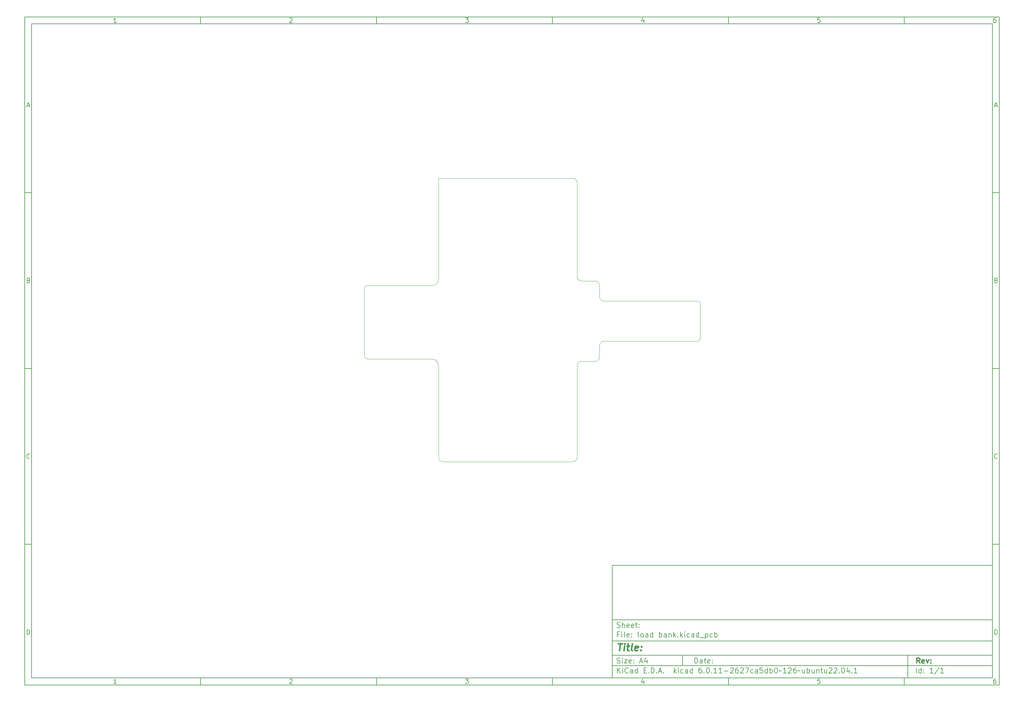
<source format=gbr>
%TF.GenerationSoftware,KiCad,Pcbnew,6.0.11-2627ca5db0~126~ubuntu22.04.1*%
%TF.CreationDate,2023-02-06T20:19:20-05:00*%
%TF.ProjectId,load bank,6c6f6164-2062-4616-9e6b-2e6b69636164,rev?*%
%TF.SameCoordinates,Original*%
%TF.FileFunction,Profile,NP*%
%FSLAX46Y46*%
G04 Gerber Fmt 4.6, Leading zero omitted, Abs format (unit mm)*
G04 Created by KiCad (PCBNEW 6.0.11-2627ca5db0~126~ubuntu22.04.1) date 2023-02-06 20:19:20*
%MOMM*%
%LPD*%
G01*
G04 APERTURE LIST*
%ADD10C,0.100000*%
%ADD11C,0.150000*%
%ADD12C,0.300000*%
%ADD13C,0.400000*%
%TA.AperFunction,Profile*%
%ADD14C,0.100000*%
%TD*%
G04 APERTURE END LIST*
D10*
D11*
X177002200Y-166007200D02*
X177002200Y-198007200D01*
X285002200Y-198007200D01*
X285002200Y-166007200D01*
X177002200Y-166007200D01*
D10*
D11*
X10000000Y-10000000D02*
X10000000Y-200007200D01*
X287002200Y-200007200D01*
X287002200Y-10000000D01*
X10000000Y-10000000D01*
D10*
D11*
X12000000Y-12000000D02*
X12000000Y-198007200D01*
X285002200Y-198007200D01*
X285002200Y-12000000D01*
X12000000Y-12000000D01*
D10*
D11*
X60000000Y-12000000D02*
X60000000Y-10000000D01*
D10*
D11*
X110000000Y-12000000D02*
X110000000Y-10000000D01*
D10*
D11*
X160000000Y-12000000D02*
X160000000Y-10000000D01*
D10*
D11*
X210000000Y-12000000D02*
X210000000Y-10000000D01*
D10*
D11*
X260000000Y-12000000D02*
X260000000Y-10000000D01*
D10*
D11*
X36065476Y-11588095D02*
X35322619Y-11588095D01*
X35694047Y-11588095D02*
X35694047Y-10288095D01*
X35570238Y-10473809D01*
X35446428Y-10597619D01*
X35322619Y-10659523D01*
D10*
D11*
X85322619Y-10411904D02*
X85384523Y-10350000D01*
X85508333Y-10288095D01*
X85817857Y-10288095D01*
X85941666Y-10350000D01*
X86003571Y-10411904D01*
X86065476Y-10535714D01*
X86065476Y-10659523D01*
X86003571Y-10845238D01*
X85260714Y-11588095D01*
X86065476Y-11588095D01*
D10*
D11*
X135260714Y-10288095D02*
X136065476Y-10288095D01*
X135632142Y-10783333D01*
X135817857Y-10783333D01*
X135941666Y-10845238D01*
X136003571Y-10907142D01*
X136065476Y-11030952D01*
X136065476Y-11340476D01*
X136003571Y-11464285D01*
X135941666Y-11526190D01*
X135817857Y-11588095D01*
X135446428Y-11588095D01*
X135322619Y-11526190D01*
X135260714Y-11464285D01*
D10*
D11*
X185941666Y-10721428D02*
X185941666Y-11588095D01*
X185632142Y-10226190D02*
X185322619Y-11154761D01*
X186127380Y-11154761D01*
D10*
D11*
X236003571Y-10288095D02*
X235384523Y-10288095D01*
X235322619Y-10907142D01*
X235384523Y-10845238D01*
X235508333Y-10783333D01*
X235817857Y-10783333D01*
X235941666Y-10845238D01*
X236003571Y-10907142D01*
X236065476Y-11030952D01*
X236065476Y-11340476D01*
X236003571Y-11464285D01*
X235941666Y-11526190D01*
X235817857Y-11588095D01*
X235508333Y-11588095D01*
X235384523Y-11526190D01*
X235322619Y-11464285D01*
D10*
D11*
X285941666Y-10288095D02*
X285694047Y-10288095D01*
X285570238Y-10350000D01*
X285508333Y-10411904D01*
X285384523Y-10597619D01*
X285322619Y-10845238D01*
X285322619Y-11340476D01*
X285384523Y-11464285D01*
X285446428Y-11526190D01*
X285570238Y-11588095D01*
X285817857Y-11588095D01*
X285941666Y-11526190D01*
X286003571Y-11464285D01*
X286065476Y-11340476D01*
X286065476Y-11030952D01*
X286003571Y-10907142D01*
X285941666Y-10845238D01*
X285817857Y-10783333D01*
X285570238Y-10783333D01*
X285446428Y-10845238D01*
X285384523Y-10907142D01*
X285322619Y-11030952D01*
D10*
D11*
X60000000Y-198007200D02*
X60000000Y-200007200D01*
D10*
D11*
X110000000Y-198007200D02*
X110000000Y-200007200D01*
D10*
D11*
X160000000Y-198007200D02*
X160000000Y-200007200D01*
D10*
D11*
X210000000Y-198007200D02*
X210000000Y-200007200D01*
D10*
D11*
X260000000Y-198007200D02*
X260000000Y-200007200D01*
D10*
D11*
X36065476Y-199595295D02*
X35322619Y-199595295D01*
X35694047Y-199595295D02*
X35694047Y-198295295D01*
X35570238Y-198481009D01*
X35446428Y-198604819D01*
X35322619Y-198666723D01*
D10*
D11*
X85322619Y-198419104D02*
X85384523Y-198357200D01*
X85508333Y-198295295D01*
X85817857Y-198295295D01*
X85941666Y-198357200D01*
X86003571Y-198419104D01*
X86065476Y-198542914D01*
X86065476Y-198666723D01*
X86003571Y-198852438D01*
X85260714Y-199595295D01*
X86065476Y-199595295D01*
D10*
D11*
X135260714Y-198295295D02*
X136065476Y-198295295D01*
X135632142Y-198790533D01*
X135817857Y-198790533D01*
X135941666Y-198852438D01*
X136003571Y-198914342D01*
X136065476Y-199038152D01*
X136065476Y-199347676D01*
X136003571Y-199471485D01*
X135941666Y-199533390D01*
X135817857Y-199595295D01*
X135446428Y-199595295D01*
X135322619Y-199533390D01*
X135260714Y-199471485D01*
D10*
D11*
X185941666Y-198728628D02*
X185941666Y-199595295D01*
X185632142Y-198233390D02*
X185322619Y-199161961D01*
X186127380Y-199161961D01*
D10*
D11*
X236003571Y-198295295D02*
X235384523Y-198295295D01*
X235322619Y-198914342D01*
X235384523Y-198852438D01*
X235508333Y-198790533D01*
X235817857Y-198790533D01*
X235941666Y-198852438D01*
X236003571Y-198914342D01*
X236065476Y-199038152D01*
X236065476Y-199347676D01*
X236003571Y-199471485D01*
X235941666Y-199533390D01*
X235817857Y-199595295D01*
X235508333Y-199595295D01*
X235384523Y-199533390D01*
X235322619Y-199471485D01*
D10*
D11*
X285941666Y-198295295D02*
X285694047Y-198295295D01*
X285570238Y-198357200D01*
X285508333Y-198419104D01*
X285384523Y-198604819D01*
X285322619Y-198852438D01*
X285322619Y-199347676D01*
X285384523Y-199471485D01*
X285446428Y-199533390D01*
X285570238Y-199595295D01*
X285817857Y-199595295D01*
X285941666Y-199533390D01*
X286003571Y-199471485D01*
X286065476Y-199347676D01*
X286065476Y-199038152D01*
X286003571Y-198914342D01*
X285941666Y-198852438D01*
X285817857Y-198790533D01*
X285570238Y-198790533D01*
X285446428Y-198852438D01*
X285384523Y-198914342D01*
X285322619Y-199038152D01*
D10*
D11*
X10000000Y-60000000D02*
X12000000Y-60000000D01*
D10*
D11*
X10000000Y-110000000D02*
X12000000Y-110000000D01*
D10*
D11*
X10000000Y-160000000D02*
X12000000Y-160000000D01*
D10*
D11*
X10690476Y-35216666D02*
X11309523Y-35216666D01*
X10566666Y-35588095D02*
X11000000Y-34288095D01*
X11433333Y-35588095D01*
D10*
D11*
X11092857Y-84907142D02*
X11278571Y-84969047D01*
X11340476Y-85030952D01*
X11402380Y-85154761D01*
X11402380Y-85340476D01*
X11340476Y-85464285D01*
X11278571Y-85526190D01*
X11154761Y-85588095D01*
X10659523Y-85588095D01*
X10659523Y-84288095D01*
X11092857Y-84288095D01*
X11216666Y-84350000D01*
X11278571Y-84411904D01*
X11340476Y-84535714D01*
X11340476Y-84659523D01*
X11278571Y-84783333D01*
X11216666Y-84845238D01*
X11092857Y-84907142D01*
X10659523Y-84907142D01*
D10*
D11*
X11402380Y-135464285D02*
X11340476Y-135526190D01*
X11154761Y-135588095D01*
X11030952Y-135588095D01*
X10845238Y-135526190D01*
X10721428Y-135402380D01*
X10659523Y-135278571D01*
X10597619Y-135030952D01*
X10597619Y-134845238D01*
X10659523Y-134597619D01*
X10721428Y-134473809D01*
X10845238Y-134350000D01*
X11030952Y-134288095D01*
X11154761Y-134288095D01*
X11340476Y-134350000D01*
X11402380Y-134411904D01*
D10*
D11*
X10659523Y-185588095D02*
X10659523Y-184288095D01*
X10969047Y-184288095D01*
X11154761Y-184350000D01*
X11278571Y-184473809D01*
X11340476Y-184597619D01*
X11402380Y-184845238D01*
X11402380Y-185030952D01*
X11340476Y-185278571D01*
X11278571Y-185402380D01*
X11154761Y-185526190D01*
X10969047Y-185588095D01*
X10659523Y-185588095D01*
D10*
D11*
X287002200Y-60000000D02*
X285002200Y-60000000D01*
D10*
D11*
X287002200Y-110000000D02*
X285002200Y-110000000D01*
D10*
D11*
X287002200Y-160000000D02*
X285002200Y-160000000D01*
D10*
D11*
X285692676Y-35216666D02*
X286311723Y-35216666D01*
X285568866Y-35588095D02*
X286002200Y-34288095D01*
X286435533Y-35588095D01*
D10*
D11*
X286095057Y-84907142D02*
X286280771Y-84969047D01*
X286342676Y-85030952D01*
X286404580Y-85154761D01*
X286404580Y-85340476D01*
X286342676Y-85464285D01*
X286280771Y-85526190D01*
X286156961Y-85588095D01*
X285661723Y-85588095D01*
X285661723Y-84288095D01*
X286095057Y-84288095D01*
X286218866Y-84350000D01*
X286280771Y-84411904D01*
X286342676Y-84535714D01*
X286342676Y-84659523D01*
X286280771Y-84783333D01*
X286218866Y-84845238D01*
X286095057Y-84907142D01*
X285661723Y-84907142D01*
D10*
D11*
X286404580Y-135464285D02*
X286342676Y-135526190D01*
X286156961Y-135588095D01*
X286033152Y-135588095D01*
X285847438Y-135526190D01*
X285723628Y-135402380D01*
X285661723Y-135278571D01*
X285599819Y-135030952D01*
X285599819Y-134845238D01*
X285661723Y-134597619D01*
X285723628Y-134473809D01*
X285847438Y-134350000D01*
X286033152Y-134288095D01*
X286156961Y-134288095D01*
X286342676Y-134350000D01*
X286404580Y-134411904D01*
D10*
D11*
X285661723Y-185588095D02*
X285661723Y-184288095D01*
X285971247Y-184288095D01*
X286156961Y-184350000D01*
X286280771Y-184473809D01*
X286342676Y-184597619D01*
X286404580Y-184845238D01*
X286404580Y-185030952D01*
X286342676Y-185278571D01*
X286280771Y-185402380D01*
X286156961Y-185526190D01*
X285971247Y-185588095D01*
X285661723Y-185588095D01*
D10*
D11*
X200434342Y-193785771D02*
X200434342Y-192285771D01*
X200791485Y-192285771D01*
X201005771Y-192357200D01*
X201148628Y-192500057D01*
X201220057Y-192642914D01*
X201291485Y-192928628D01*
X201291485Y-193142914D01*
X201220057Y-193428628D01*
X201148628Y-193571485D01*
X201005771Y-193714342D01*
X200791485Y-193785771D01*
X200434342Y-193785771D01*
X202577200Y-193785771D02*
X202577200Y-193000057D01*
X202505771Y-192857200D01*
X202362914Y-192785771D01*
X202077200Y-192785771D01*
X201934342Y-192857200D01*
X202577200Y-193714342D02*
X202434342Y-193785771D01*
X202077200Y-193785771D01*
X201934342Y-193714342D01*
X201862914Y-193571485D01*
X201862914Y-193428628D01*
X201934342Y-193285771D01*
X202077200Y-193214342D01*
X202434342Y-193214342D01*
X202577200Y-193142914D01*
X203077200Y-192785771D02*
X203648628Y-192785771D01*
X203291485Y-192285771D02*
X203291485Y-193571485D01*
X203362914Y-193714342D01*
X203505771Y-193785771D01*
X203648628Y-193785771D01*
X204720057Y-193714342D02*
X204577200Y-193785771D01*
X204291485Y-193785771D01*
X204148628Y-193714342D01*
X204077200Y-193571485D01*
X204077200Y-193000057D01*
X204148628Y-192857200D01*
X204291485Y-192785771D01*
X204577200Y-192785771D01*
X204720057Y-192857200D01*
X204791485Y-193000057D01*
X204791485Y-193142914D01*
X204077200Y-193285771D01*
X205434342Y-193642914D02*
X205505771Y-193714342D01*
X205434342Y-193785771D01*
X205362914Y-193714342D01*
X205434342Y-193642914D01*
X205434342Y-193785771D01*
X205434342Y-192857200D02*
X205505771Y-192928628D01*
X205434342Y-193000057D01*
X205362914Y-192928628D01*
X205434342Y-192857200D01*
X205434342Y-193000057D01*
D10*
D11*
X177002200Y-194507200D02*
X285002200Y-194507200D01*
D10*
D11*
X178434342Y-196585771D02*
X178434342Y-195085771D01*
X179291485Y-196585771D02*
X178648628Y-195728628D01*
X179291485Y-195085771D02*
X178434342Y-195942914D01*
X179934342Y-196585771D02*
X179934342Y-195585771D01*
X179934342Y-195085771D02*
X179862914Y-195157200D01*
X179934342Y-195228628D01*
X180005771Y-195157200D01*
X179934342Y-195085771D01*
X179934342Y-195228628D01*
X181505771Y-196442914D02*
X181434342Y-196514342D01*
X181220057Y-196585771D01*
X181077200Y-196585771D01*
X180862914Y-196514342D01*
X180720057Y-196371485D01*
X180648628Y-196228628D01*
X180577200Y-195942914D01*
X180577200Y-195728628D01*
X180648628Y-195442914D01*
X180720057Y-195300057D01*
X180862914Y-195157200D01*
X181077200Y-195085771D01*
X181220057Y-195085771D01*
X181434342Y-195157200D01*
X181505771Y-195228628D01*
X182791485Y-196585771D02*
X182791485Y-195800057D01*
X182720057Y-195657200D01*
X182577200Y-195585771D01*
X182291485Y-195585771D01*
X182148628Y-195657200D01*
X182791485Y-196514342D02*
X182648628Y-196585771D01*
X182291485Y-196585771D01*
X182148628Y-196514342D01*
X182077200Y-196371485D01*
X182077200Y-196228628D01*
X182148628Y-196085771D01*
X182291485Y-196014342D01*
X182648628Y-196014342D01*
X182791485Y-195942914D01*
X184148628Y-196585771D02*
X184148628Y-195085771D01*
X184148628Y-196514342D02*
X184005771Y-196585771D01*
X183720057Y-196585771D01*
X183577200Y-196514342D01*
X183505771Y-196442914D01*
X183434342Y-196300057D01*
X183434342Y-195871485D01*
X183505771Y-195728628D01*
X183577200Y-195657200D01*
X183720057Y-195585771D01*
X184005771Y-195585771D01*
X184148628Y-195657200D01*
X186005771Y-195800057D02*
X186505771Y-195800057D01*
X186720057Y-196585771D02*
X186005771Y-196585771D01*
X186005771Y-195085771D01*
X186720057Y-195085771D01*
X187362914Y-196442914D02*
X187434342Y-196514342D01*
X187362914Y-196585771D01*
X187291485Y-196514342D01*
X187362914Y-196442914D01*
X187362914Y-196585771D01*
X188077200Y-196585771D02*
X188077200Y-195085771D01*
X188434342Y-195085771D01*
X188648628Y-195157200D01*
X188791485Y-195300057D01*
X188862914Y-195442914D01*
X188934342Y-195728628D01*
X188934342Y-195942914D01*
X188862914Y-196228628D01*
X188791485Y-196371485D01*
X188648628Y-196514342D01*
X188434342Y-196585771D01*
X188077200Y-196585771D01*
X189577200Y-196442914D02*
X189648628Y-196514342D01*
X189577200Y-196585771D01*
X189505771Y-196514342D01*
X189577200Y-196442914D01*
X189577200Y-196585771D01*
X190220057Y-196157200D02*
X190934342Y-196157200D01*
X190077200Y-196585771D02*
X190577200Y-195085771D01*
X191077200Y-196585771D01*
X191577200Y-196442914D02*
X191648628Y-196514342D01*
X191577200Y-196585771D01*
X191505771Y-196514342D01*
X191577200Y-196442914D01*
X191577200Y-196585771D01*
X194577200Y-196585771D02*
X194577200Y-195085771D01*
X194720057Y-196014342D02*
X195148628Y-196585771D01*
X195148628Y-195585771D02*
X194577200Y-196157200D01*
X195791485Y-196585771D02*
X195791485Y-195585771D01*
X195791485Y-195085771D02*
X195720057Y-195157200D01*
X195791485Y-195228628D01*
X195862914Y-195157200D01*
X195791485Y-195085771D01*
X195791485Y-195228628D01*
X197148628Y-196514342D02*
X197005771Y-196585771D01*
X196720057Y-196585771D01*
X196577200Y-196514342D01*
X196505771Y-196442914D01*
X196434342Y-196300057D01*
X196434342Y-195871485D01*
X196505771Y-195728628D01*
X196577200Y-195657200D01*
X196720057Y-195585771D01*
X197005771Y-195585771D01*
X197148628Y-195657200D01*
X198434342Y-196585771D02*
X198434342Y-195800057D01*
X198362914Y-195657200D01*
X198220057Y-195585771D01*
X197934342Y-195585771D01*
X197791485Y-195657200D01*
X198434342Y-196514342D02*
X198291485Y-196585771D01*
X197934342Y-196585771D01*
X197791485Y-196514342D01*
X197720057Y-196371485D01*
X197720057Y-196228628D01*
X197791485Y-196085771D01*
X197934342Y-196014342D01*
X198291485Y-196014342D01*
X198434342Y-195942914D01*
X199791485Y-196585771D02*
X199791485Y-195085771D01*
X199791485Y-196514342D02*
X199648628Y-196585771D01*
X199362914Y-196585771D01*
X199220057Y-196514342D01*
X199148628Y-196442914D01*
X199077200Y-196300057D01*
X199077200Y-195871485D01*
X199148628Y-195728628D01*
X199220057Y-195657200D01*
X199362914Y-195585771D01*
X199648628Y-195585771D01*
X199791485Y-195657200D01*
X202291485Y-195085771D02*
X202005771Y-195085771D01*
X201862914Y-195157200D01*
X201791485Y-195228628D01*
X201648628Y-195442914D01*
X201577200Y-195728628D01*
X201577200Y-196300057D01*
X201648628Y-196442914D01*
X201720057Y-196514342D01*
X201862914Y-196585771D01*
X202148628Y-196585771D01*
X202291485Y-196514342D01*
X202362914Y-196442914D01*
X202434342Y-196300057D01*
X202434342Y-195942914D01*
X202362914Y-195800057D01*
X202291485Y-195728628D01*
X202148628Y-195657200D01*
X201862914Y-195657200D01*
X201720057Y-195728628D01*
X201648628Y-195800057D01*
X201577200Y-195942914D01*
X203077200Y-196442914D02*
X203148628Y-196514342D01*
X203077200Y-196585771D01*
X203005771Y-196514342D01*
X203077200Y-196442914D01*
X203077200Y-196585771D01*
X204077200Y-195085771D02*
X204220057Y-195085771D01*
X204362914Y-195157200D01*
X204434342Y-195228628D01*
X204505771Y-195371485D01*
X204577200Y-195657200D01*
X204577200Y-196014342D01*
X204505771Y-196300057D01*
X204434342Y-196442914D01*
X204362914Y-196514342D01*
X204220057Y-196585771D01*
X204077200Y-196585771D01*
X203934342Y-196514342D01*
X203862914Y-196442914D01*
X203791485Y-196300057D01*
X203720057Y-196014342D01*
X203720057Y-195657200D01*
X203791485Y-195371485D01*
X203862914Y-195228628D01*
X203934342Y-195157200D01*
X204077200Y-195085771D01*
X205220057Y-196442914D02*
X205291485Y-196514342D01*
X205220057Y-196585771D01*
X205148628Y-196514342D01*
X205220057Y-196442914D01*
X205220057Y-196585771D01*
X206720057Y-196585771D02*
X205862914Y-196585771D01*
X206291485Y-196585771D02*
X206291485Y-195085771D01*
X206148628Y-195300057D01*
X206005771Y-195442914D01*
X205862914Y-195514342D01*
X208148628Y-196585771D02*
X207291485Y-196585771D01*
X207720057Y-196585771D02*
X207720057Y-195085771D01*
X207577200Y-195300057D01*
X207434342Y-195442914D01*
X207291485Y-195514342D01*
X208791485Y-196014342D02*
X209934342Y-196014342D01*
X210577200Y-195228628D02*
X210648628Y-195157200D01*
X210791485Y-195085771D01*
X211148628Y-195085771D01*
X211291485Y-195157200D01*
X211362914Y-195228628D01*
X211434342Y-195371485D01*
X211434342Y-195514342D01*
X211362914Y-195728628D01*
X210505771Y-196585771D01*
X211434342Y-196585771D01*
X212720057Y-195085771D02*
X212434342Y-195085771D01*
X212291485Y-195157200D01*
X212220057Y-195228628D01*
X212077200Y-195442914D01*
X212005771Y-195728628D01*
X212005771Y-196300057D01*
X212077200Y-196442914D01*
X212148628Y-196514342D01*
X212291485Y-196585771D01*
X212577200Y-196585771D01*
X212720057Y-196514342D01*
X212791485Y-196442914D01*
X212862914Y-196300057D01*
X212862914Y-195942914D01*
X212791485Y-195800057D01*
X212720057Y-195728628D01*
X212577200Y-195657200D01*
X212291485Y-195657200D01*
X212148628Y-195728628D01*
X212077200Y-195800057D01*
X212005771Y-195942914D01*
X213434342Y-195228628D02*
X213505771Y-195157200D01*
X213648628Y-195085771D01*
X214005771Y-195085771D01*
X214148628Y-195157200D01*
X214220057Y-195228628D01*
X214291485Y-195371485D01*
X214291485Y-195514342D01*
X214220057Y-195728628D01*
X213362914Y-196585771D01*
X214291485Y-196585771D01*
X214791485Y-195085771D02*
X215791485Y-195085771D01*
X215148628Y-196585771D01*
X217005771Y-196514342D02*
X216862914Y-196585771D01*
X216577200Y-196585771D01*
X216434342Y-196514342D01*
X216362914Y-196442914D01*
X216291485Y-196300057D01*
X216291485Y-195871485D01*
X216362914Y-195728628D01*
X216434342Y-195657200D01*
X216577200Y-195585771D01*
X216862914Y-195585771D01*
X217005771Y-195657200D01*
X218291485Y-196585771D02*
X218291485Y-195800057D01*
X218220057Y-195657200D01*
X218077200Y-195585771D01*
X217791485Y-195585771D01*
X217648628Y-195657200D01*
X218291485Y-196514342D02*
X218148628Y-196585771D01*
X217791485Y-196585771D01*
X217648628Y-196514342D01*
X217577200Y-196371485D01*
X217577200Y-196228628D01*
X217648628Y-196085771D01*
X217791485Y-196014342D01*
X218148628Y-196014342D01*
X218291485Y-195942914D01*
X219720057Y-195085771D02*
X219005771Y-195085771D01*
X218934342Y-195800057D01*
X219005771Y-195728628D01*
X219148628Y-195657200D01*
X219505771Y-195657200D01*
X219648628Y-195728628D01*
X219720057Y-195800057D01*
X219791485Y-195942914D01*
X219791485Y-196300057D01*
X219720057Y-196442914D01*
X219648628Y-196514342D01*
X219505771Y-196585771D01*
X219148628Y-196585771D01*
X219005771Y-196514342D01*
X218934342Y-196442914D01*
X221077200Y-196585771D02*
X221077200Y-195085771D01*
X221077200Y-196514342D02*
X220934342Y-196585771D01*
X220648628Y-196585771D01*
X220505771Y-196514342D01*
X220434342Y-196442914D01*
X220362914Y-196300057D01*
X220362914Y-195871485D01*
X220434342Y-195728628D01*
X220505771Y-195657200D01*
X220648628Y-195585771D01*
X220934342Y-195585771D01*
X221077200Y-195657200D01*
X221791485Y-196585771D02*
X221791485Y-195085771D01*
X221791485Y-195657200D02*
X221934342Y-195585771D01*
X222220057Y-195585771D01*
X222362914Y-195657200D01*
X222434342Y-195728628D01*
X222505771Y-195871485D01*
X222505771Y-196300057D01*
X222434342Y-196442914D01*
X222362914Y-196514342D01*
X222220057Y-196585771D01*
X221934342Y-196585771D01*
X221791485Y-196514342D01*
X223434342Y-195085771D02*
X223577200Y-195085771D01*
X223720057Y-195157200D01*
X223791485Y-195228628D01*
X223862914Y-195371485D01*
X223934342Y-195657200D01*
X223934342Y-196014342D01*
X223862914Y-196300057D01*
X223791485Y-196442914D01*
X223720057Y-196514342D01*
X223577200Y-196585771D01*
X223434342Y-196585771D01*
X223291485Y-196514342D01*
X223220057Y-196442914D01*
X223148628Y-196300057D01*
X223077200Y-196014342D01*
X223077200Y-195657200D01*
X223148628Y-195371485D01*
X223220057Y-195228628D01*
X223291485Y-195157200D01*
X223434342Y-195085771D01*
X224362914Y-196014342D02*
X224434342Y-195942914D01*
X224577200Y-195871485D01*
X224862914Y-196014342D01*
X225005771Y-195942914D01*
X225077200Y-195871485D01*
X226434342Y-196585771D02*
X225577200Y-196585771D01*
X226005771Y-196585771D02*
X226005771Y-195085771D01*
X225862914Y-195300057D01*
X225720057Y-195442914D01*
X225577200Y-195514342D01*
X227005771Y-195228628D02*
X227077200Y-195157200D01*
X227220057Y-195085771D01*
X227577200Y-195085771D01*
X227720057Y-195157200D01*
X227791485Y-195228628D01*
X227862914Y-195371485D01*
X227862914Y-195514342D01*
X227791485Y-195728628D01*
X226934342Y-196585771D01*
X227862914Y-196585771D01*
X229148628Y-195085771D02*
X228862914Y-195085771D01*
X228720057Y-195157200D01*
X228648628Y-195228628D01*
X228505771Y-195442914D01*
X228434342Y-195728628D01*
X228434342Y-196300057D01*
X228505771Y-196442914D01*
X228577199Y-196514342D01*
X228720057Y-196585771D01*
X229005771Y-196585771D01*
X229148628Y-196514342D01*
X229220057Y-196442914D01*
X229291485Y-196300057D01*
X229291485Y-195942914D01*
X229220057Y-195800057D01*
X229148628Y-195728628D01*
X229005771Y-195657200D01*
X228720057Y-195657200D01*
X228577199Y-195728628D01*
X228505771Y-195800057D01*
X228434342Y-195942914D01*
X229720057Y-196014342D02*
X229791485Y-195942914D01*
X229934342Y-195871485D01*
X230220057Y-196014342D01*
X230362914Y-195942914D01*
X230434342Y-195871485D01*
X231648628Y-195585771D02*
X231648628Y-196585771D01*
X231005771Y-195585771D02*
X231005771Y-196371485D01*
X231077199Y-196514342D01*
X231220057Y-196585771D01*
X231434342Y-196585771D01*
X231577199Y-196514342D01*
X231648628Y-196442914D01*
X232362914Y-196585771D02*
X232362914Y-195085771D01*
X232362914Y-195657200D02*
X232505771Y-195585771D01*
X232791485Y-195585771D01*
X232934342Y-195657200D01*
X233005771Y-195728628D01*
X233077200Y-195871485D01*
X233077200Y-196300057D01*
X233005771Y-196442914D01*
X232934342Y-196514342D01*
X232791485Y-196585771D01*
X232505771Y-196585771D01*
X232362914Y-196514342D01*
X234362914Y-195585771D02*
X234362914Y-196585771D01*
X233720057Y-195585771D02*
X233720057Y-196371485D01*
X233791485Y-196514342D01*
X233934342Y-196585771D01*
X234148628Y-196585771D01*
X234291485Y-196514342D01*
X234362914Y-196442914D01*
X235077200Y-195585771D02*
X235077200Y-196585771D01*
X235077200Y-195728628D02*
X235148628Y-195657200D01*
X235291485Y-195585771D01*
X235505771Y-195585771D01*
X235648628Y-195657200D01*
X235720057Y-195800057D01*
X235720057Y-196585771D01*
X236220057Y-195585771D02*
X236791485Y-195585771D01*
X236434342Y-195085771D02*
X236434342Y-196371485D01*
X236505771Y-196514342D01*
X236648628Y-196585771D01*
X236791485Y-196585771D01*
X237934342Y-195585771D02*
X237934342Y-196585771D01*
X237291485Y-195585771D02*
X237291485Y-196371485D01*
X237362914Y-196514342D01*
X237505771Y-196585771D01*
X237720057Y-196585771D01*
X237862914Y-196514342D01*
X237934342Y-196442914D01*
X238577200Y-195228628D02*
X238648628Y-195157200D01*
X238791485Y-195085771D01*
X239148628Y-195085771D01*
X239291485Y-195157200D01*
X239362914Y-195228628D01*
X239434342Y-195371485D01*
X239434342Y-195514342D01*
X239362914Y-195728628D01*
X238505771Y-196585771D01*
X239434342Y-196585771D01*
X240005771Y-195228628D02*
X240077200Y-195157200D01*
X240220057Y-195085771D01*
X240577200Y-195085771D01*
X240720057Y-195157200D01*
X240791485Y-195228628D01*
X240862914Y-195371485D01*
X240862914Y-195514342D01*
X240791485Y-195728628D01*
X239934342Y-196585771D01*
X240862914Y-196585771D01*
X241505771Y-196442914D02*
X241577199Y-196514342D01*
X241505771Y-196585771D01*
X241434342Y-196514342D01*
X241505771Y-196442914D01*
X241505771Y-196585771D01*
X242505771Y-195085771D02*
X242648628Y-195085771D01*
X242791485Y-195157200D01*
X242862914Y-195228628D01*
X242934342Y-195371485D01*
X243005771Y-195657200D01*
X243005771Y-196014342D01*
X242934342Y-196300057D01*
X242862914Y-196442914D01*
X242791485Y-196514342D01*
X242648628Y-196585771D01*
X242505771Y-196585771D01*
X242362914Y-196514342D01*
X242291485Y-196442914D01*
X242220057Y-196300057D01*
X242148628Y-196014342D01*
X242148628Y-195657200D01*
X242220057Y-195371485D01*
X242291485Y-195228628D01*
X242362914Y-195157200D01*
X242505771Y-195085771D01*
X244291485Y-195585771D02*
X244291485Y-196585771D01*
X243934342Y-195014342D02*
X243577199Y-196085771D01*
X244505771Y-196085771D01*
X245077199Y-196442914D02*
X245148628Y-196514342D01*
X245077199Y-196585771D01*
X245005771Y-196514342D01*
X245077199Y-196442914D01*
X245077199Y-196585771D01*
X246577200Y-196585771D02*
X245720057Y-196585771D01*
X246148628Y-196585771D02*
X246148628Y-195085771D01*
X246005771Y-195300057D01*
X245862914Y-195442914D01*
X245720057Y-195514342D01*
D10*
D11*
X177002200Y-191507200D02*
X285002200Y-191507200D01*
D10*
D12*
X264411485Y-193785771D02*
X263911485Y-193071485D01*
X263554342Y-193785771D02*
X263554342Y-192285771D01*
X264125771Y-192285771D01*
X264268628Y-192357200D01*
X264340057Y-192428628D01*
X264411485Y-192571485D01*
X264411485Y-192785771D01*
X264340057Y-192928628D01*
X264268628Y-193000057D01*
X264125771Y-193071485D01*
X263554342Y-193071485D01*
X265625771Y-193714342D02*
X265482914Y-193785771D01*
X265197200Y-193785771D01*
X265054342Y-193714342D01*
X264982914Y-193571485D01*
X264982914Y-193000057D01*
X265054342Y-192857200D01*
X265197200Y-192785771D01*
X265482914Y-192785771D01*
X265625771Y-192857200D01*
X265697200Y-193000057D01*
X265697200Y-193142914D01*
X264982914Y-193285771D01*
X266197200Y-192785771D02*
X266554342Y-193785771D01*
X266911485Y-192785771D01*
X267482914Y-193642914D02*
X267554342Y-193714342D01*
X267482914Y-193785771D01*
X267411485Y-193714342D01*
X267482914Y-193642914D01*
X267482914Y-193785771D01*
X267482914Y-192857200D02*
X267554342Y-192928628D01*
X267482914Y-193000057D01*
X267411485Y-192928628D01*
X267482914Y-192857200D01*
X267482914Y-193000057D01*
D10*
D11*
X178362914Y-193714342D02*
X178577200Y-193785771D01*
X178934342Y-193785771D01*
X179077200Y-193714342D01*
X179148628Y-193642914D01*
X179220057Y-193500057D01*
X179220057Y-193357200D01*
X179148628Y-193214342D01*
X179077200Y-193142914D01*
X178934342Y-193071485D01*
X178648628Y-193000057D01*
X178505771Y-192928628D01*
X178434342Y-192857200D01*
X178362914Y-192714342D01*
X178362914Y-192571485D01*
X178434342Y-192428628D01*
X178505771Y-192357200D01*
X178648628Y-192285771D01*
X179005771Y-192285771D01*
X179220057Y-192357200D01*
X179862914Y-193785771D02*
X179862914Y-192785771D01*
X179862914Y-192285771D02*
X179791485Y-192357200D01*
X179862914Y-192428628D01*
X179934342Y-192357200D01*
X179862914Y-192285771D01*
X179862914Y-192428628D01*
X180434342Y-192785771D02*
X181220057Y-192785771D01*
X180434342Y-193785771D01*
X181220057Y-193785771D01*
X182362914Y-193714342D02*
X182220057Y-193785771D01*
X181934342Y-193785771D01*
X181791485Y-193714342D01*
X181720057Y-193571485D01*
X181720057Y-193000057D01*
X181791485Y-192857200D01*
X181934342Y-192785771D01*
X182220057Y-192785771D01*
X182362914Y-192857200D01*
X182434342Y-193000057D01*
X182434342Y-193142914D01*
X181720057Y-193285771D01*
X183077200Y-193642914D02*
X183148628Y-193714342D01*
X183077200Y-193785771D01*
X183005771Y-193714342D01*
X183077200Y-193642914D01*
X183077200Y-193785771D01*
X183077200Y-192857200D02*
X183148628Y-192928628D01*
X183077200Y-193000057D01*
X183005771Y-192928628D01*
X183077200Y-192857200D01*
X183077200Y-193000057D01*
X184862914Y-193357200D02*
X185577200Y-193357200D01*
X184720057Y-193785771D02*
X185220057Y-192285771D01*
X185720057Y-193785771D01*
X186862914Y-192785771D02*
X186862914Y-193785771D01*
X186505771Y-192214342D02*
X186148628Y-193285771D01*
X187077200Y-193285771D01*
D10*
D11*
X263434342Y-196585771D02*
X263434342Y-195085771D01*
X264791485Y-196585771D02*
X264791485Y-195085771D01*
X264791485Y-196514342D02*
X264648628Y-196585771D01*
X264362914Y-196585771D01*
X264220057Y-196514342D01*
X264148628Y-196442914D01*
X264077200Y-196300057D01*
X264077200Y-195871485D01*
X264148628Y-195728628D01*
X264220057Y-195657200D01*
X264362914Y-195585771D01*
X264648628Y-195585771D01*
X264791485Y-195657200D01*
X265505771Y-196442914D02*
X265577200Y-196514342D01*
X265505771Y-196585771D01*
X265434342Y-196514342D01*
X265505771Y-196442914D01*
X265505771Y-196585771D01*
X265505771Y-195657200D02*
X265577200Y-195728628D01*
X265505771Y-195800057D01*
X265434342Y-195728628D01*
X265505771Y-195657200D01*
X265505771Y-195800057D01*
X268148628Y-196585771D02*
X267291485Y-196585771D01*
X267720057Y-196585771D02*
X267720057Y-195085771D01*
X267577200Y-195300057D01*
X267434342Y-195442914D01*
X267291485Y-195514342D01*
X269862914Y-195014342D02*
X268577200Y-196942914D01*
X271148628Y-196585771D02*
X270291485Y-196585771D01*
X270720057Y-196585771D02*
X270720057Y-195085771D01*
X270577200Y-195300057D01*
X270434342Y-195442914D01*
X270291485Y-195514342D01*
D10*
D11*
X177002200Y-187507200D02*
X285002200Y-187507200D01*
D10*
D13*
X178714580Y-188211961D02*
X179857438Y-188211961D01*
X179036009Y-190211961D02*
X179286009Y-188211961D01*
X180274104Y-190211961D02*
X180440771Y-188878628D01*
X180524104Y-188211961D02*
X180416961Y-188307200D01*
X180500295Y-188402438D01*
X180607438Y-188307200D01*
X180524104Y-188211961D01*
X180500295Y-188402438D01*
X181107438Y-188878628D02*
X181869342Y-188878628D01*
X181476485Y-188211961D02*
X181262200Y-189926247D01*
X181333628Y-190116723D01*
X181512200Y-190211961D01*
X181702676Y-190211961D01*
X182655057Y-190211961D02*
X182476485Y-190116723D01*
X182405057Y-189926247D01*
X182619342Y-188211961D01*
X184190771Y-190116723D02*
X183988390Y-190211961D01*
X183607438Y-190211961D01*
X183428866Y-190116723D01*
X183357438Y-189926247D01*
X183452676Y-189164342D01*
X183571723Y-188973866D01*
X183774104Y-188878628D01*
X184155057Y-188878628D01*
X184333628Y-188973866D01*
X184405057Y-189164342D01*
X184381247Y-189354819D01*
X183405057Y-189545295D01*
X185155057Y-190021485D02*
X185238390Y-190116723D01*
X185131247Y-190211961D01*
X185047914Y-190116723D01*
X185155057Y-190021485D01*
X185131247Y-190211961D01*
X185286009Y-188973866D02*
X185369342Y-189069104D01*
X185262200Y-189164342D01*
X185178866Y-189069104D01*
X185286009Y-188973866D01*
X185262200Y-189164342D01*
D10*
D11*
X178934342Y-185600057D02*
X178434342Y-185600057D01*
X178434342Y-186385771D02*
X178434342Y-184885771D01*
X179148628Y-184885771D01*
X179720057Y-186385771D02*
X179720057Y-185385771D01*
X179720057Y-184885771D02*
X179648628Y-184957200D01*
X179720057Y-185028628D01*
X179791485Y-184957200D01*
X179720057Y-184885771D01*
X179720057Y-185028628D01*
X180648628Y-186385771D02*
X180505771Y-186314342D01*
X180434342Y-186171485D01*
X180434342Y-184885771D01*
X181791485Y-186314342D02*
X181648628Y-186385771D01*
X181362914Y-186385771D01*
X181220057Y-186314342D01*
X181148628Y-186171485D01*
X181148628Y-185600057D01*
X181220057Y-185457200D01*
X181362914Y-185385771D01*
X181648628Y-185385771D01*
X181791485Y-185457200D01*
X181862914Y-185600057D01*
X181862914Y-185742914D01*
X181148628Y-185885771D01*
X182505771Y-186242914D02*
X182577200Y-186314342D01*
X182505771Y-186385771D01*
X182434342Y-186314342D01*
X182505771Y-186242914D01*
X182505771Y-186385771D01*
X182505771Y-185457200D02*
X182577200Y-185528628D01*
X182505771Y-185600057D01*
X182434342Y-185528628D01*
X182505771Y-185457200D01*
X182505771Y-185600057D01*
X184577200Y-186385771D02*
X184434342Y-186314342D01*
X184362914Y-186171485D01*
X184362914Y-184885771D01*
X185362914Y-186385771D02*
X185220057Y-186314342D01*
X185148628Y-186242914D01*
X185077200Y-186100057D01*
X185077200Y-185671485D01*
X185148628Y-185528628D01*
X185220057Y-185457200D01*
X185362914Y-185385771D01*
X185577200Y-185385771D01*
X185720057Y-185457200D01*
X185791485Y-185528628D01*
X185862914Y-185671485D01*
X185862914Y-186100057D01*
X185791485Y-186242914D01*
X185720057Y-186314342D01*
X185577200Y-186385771D01*
X185362914Y-186385771D01*
X187148628Y-186385771D02*
X187148628Y-185600057D01*
X187077200Y-185457200D01*
X186934342Y-185385771D01*
X186648628Y-185385771D01*
X186505771Y-185457200D01*
X187148628Y-186314342D02*
X187005771Y-186385771D01*
X186648628Y-186385771D01*
X186505771Y-186314342D01*
X186434342Y-186171485D01*
X186434342Y-186028628D01*
X186505771Y-185885771D01*
X186648628Y-185814342D01*
X187005771Y-185814342D01*
X187148628Y-185742914D01*
X188505771Y-186385771D02*
X188505771Y-184885771D01*
X188505771Y-186314342D02*
X188362914Y-186385771D01*
X188077200Y-186385771D01*
X187934342Y-186314342D01*
X187862914Y-186242914D01*
X187791485Y-186100057D01*
X187791485Y-185671485D01*
X187862914Y-185528628D01*
X187934342Y-185457200D01*
X188077200Y-185385771D01*
X188362914Y-185385771D01*
X188505771Y-185457200D01*
X190362914Y-186385771D02*
X190362914Y-184885771D01*
X190362914Y-185457200D02*
X190505771Y-185385771D01*
X190791485Y-185385771D01*
X190934342Y-185457200D01*
X191005771Y-185528628D01*
X191077200Y-185671485D01*
X191077200Y-186100057D01*
X191005771Y-186242914D01*
X190934342Y-186314342D01*
X190791485Y-186385771D01*
X190505771Y-186385771D01*
X190362914Y-186314342D01*
X192362914Y-186385771D02*
X192362914Y-185600057D01*
X192291485Y-185457200D01*
X192148628Y-185385771D01*
X191862914Y-185385771D01*
X191720057Y-185457200D01*
X192362914Y-186314342D02*
X192220057Y-186385771D01*
X191862914Y-186385771D01*
X191720057Y-186314342D01*
X191648628Y-186171485D01*
X191648628Y-186028628D01*
X191720057Y-185885771D01*
X191862914Y-185814342D01*
X192220057Y-185814342D01*
X192362914Y-185742914D01*
X193077200Y-185385771D02*
X193077200Y-186385771D01*
X193077200Y-185528628D02*
X193148628Y-185457200D01*
X193291485Y-185385771D01*
X193505771Y-185385771D01*
X193648628Y-185457200D01*
X193720057Y-185600057D01*
X193720057Y-186385771D01*
X194434342Y-186385771D02*
X194434342Y-184885771D01*
X194577200Y-185814342D02*
X195005771Y-186385771D01*
X195005771Y-185385771D02*
X194434342Y-185957200D01*
X195648628Y-186242914D02*
X195720057Y-186314342D01*
X195648628Y-186385771D01*
X195577200Y-186314342D01*
X195648628Y-186242914D01*
X195648628Y-186385771D01*
X196362914Y-186385771D02*
X196362914Y-184885771D01*
X196505771Y-185814342D02*
X196934342Y-186385771D01*
X196934342Y-185385771D02*
X196362914Y-185957200D01*
X197577200Y-186385771D02*
X197577200Y-185385771D01*
X197577200Y-184885771D02*
X197505771Y-184957200D01*
X197577200Y-185028628D01*
X197648628Y-184957200D01*
X197577200Y-184885771D01*
X197577200Y-185028628D01*
X198934342Y-186314342D02*
X198791485Y-186385771D01*
X198505771Y-186385771D01*
X198362914Y-186314342D01*
X198291485Y-186242914D01*
X198220057Y-186100057D01*
X198220057Y-185671485D01*
X198291485Y-185528628D01*
X198362914Y-185457200D01*
X198505771Y-185385771D01*
X198791485Y-185385771D01*
X198934342Y-185457200D01*
X200220057Y-186385771D02*
X200220057Y-185600057D01*
X200148628Y-185457200D01*
X200005771Y-185385771D01*
X199720057Y-185385771D01*
X199577200Y-185457200D01*
X200220057Y-186314342D02*
X200077200Y-186385771D01*
X199720057Y-186385771D01*
X199577200Y-186314342D01*
X199505771Y-186171485D01*
X199505771Y-186028628D01*
X199577200Y-185885771D01*
X199720057Y-185814342D01*
X200077200Y-185814342D01*
X200220057Y-185742914D01*
X201577200Y-186385771D02*
X201577200Y-184885771D01*
X201577200Y-186314342D02*
X201434342Y-186385771D01*
X201148628Y-186385771D01*
X201005771Y-186314342D01*
X200934342Y-186242914D01*
X200862914Y-186100057D01*
X200862914Y-185671485D01*
X200934342Y-185528628D01*
X201005771Y-185457200D01*
X201148628Y-185385771D01*
X201434342Y-185385771D01*
X201577200Y-185457200D01*
X201934342Y-186528628D02*
X203077200Y-186528628D01*
X203434342Y-185385771D02*
X203434342Y-186885771D01*
X203434342Y-185457200D02*
X203577200Y-185385771D01*
X203862914Y-185385771D01*
X204005771Y-185457200D01*
X204077200Y-185528628D01*
X204148628Y-185671485D01*
X204148628Y-186100057D01*
X204077200Y-186242914D01*
X204005771Y-186314342D01*
X203862914Y-186385771D01*
X203577200Y-186385771D01*
X203434342Y-186314342D01*
X205434342Y-186314342D02*
X205291485Y-186385771D01*
X205005771Y-186385771D01*
X204862914Y-186314342D01*
X204791485Y-186242914D01*
X204720057Y-186100057D01*
X204720057Y-185671485D01*
X204791485Y-185528628D01*
X204862914Y-185457200D01*
X205005771Y-185385771D01*
X205291485Y-185385771D01*
X205434342Y-185457200D01*
X206077200Y-186385771D02*
X206077200Y-184885771D01*
X206077200Y-185457200D02*
X206220057Y-185385771D01*
X206505771Y-185385771D01*
X206648628Y-185457200D01*
X206720057Y-185528628D01*
X206791485Y-185671485D01*
X206791485Y-186100057D01*
X206720057Y-186242914D01*
X206648628Y-186314342D01*
X206505771Y-186385771D01*
X206220057Y-186385771D01*
X206077200Y-186314342D01*
D10*
D11*
X177002200Y-181507200D02*
X285002200Y-181507200D01*
D10*
D11*
X178362914Y-183614342D02*
X178577200Y-183685771D01*
X178934342Y-183685771D01*
X179077200Y-183614342D01*
X179148628Y-183542914D01*
X179220057Y-183400057D01*
X179220057Y-183257200D01*
X179148628Y-183114342D01*
X179077200Y-183042914D01*
X178934342Y-182971485D01*
X178648628Y-182900057D01*
X178505771Y-182828628D01*
X178434342Y-182757200D01*
X178362914Y-182614342D01*
X178362914Y-182471485D01*
X178434342Y-182328628D01*
X178505771Y-182257200D01*
X178648628Y-182185771D01*
X179005771Y-182185771D01*
X179220057Y-182257200D01*
X179862914Y-183685771D02*
X179862914Y-182185771D01*
X180505771Y-183685771D02*
X180505771Y-182900057D01*
X180434342Y-182757200D01*
X180291485Y-182685771D01*
X180077200Y-182685771D01*
X179934342Y-182757200D01*
X179862914Y-182828628D01*
X181791485Y-183614342D02*
X181648628Y-183685771D01*
X181362914Y-183685771D01*
X181220057Y-183614342D01*
X181148628Y-183471485D01*
X181148628Y-182900057D01*
X181220057Y-182757200D01*
X181362914Y-182685771D01*
X181648628Y-182685771D01*
X181791485Y-182757200D01*
X181862914Y-182900057D01*
X181862914Y-183042914D01*
X181148628Y-183185771D01*
X183077200Y-183614342D02*
X182934342Y-183685771D01*
X182648628Y-183685771D01*
X182505771Y-183614342D01*
X182434342Y-183471485D01*
X182434342Y-182900057D01*
X182505771Y-182757200D01*
X182648628Y-182685771D01*
X182934342Y-182685771D01*
X183077200Y-182757200D01*
X183148628Y-182900057D01*
X183148628Y-183042914D01*
X182434342Y-183185771D01*
X183577200Y-182685771D02*
X184148628Y-182685771D01*
X183791485Y-182185771D02*
X183791485Y-183471485D01*
X183862914Y-183614342D01*
X184005771Y-183685771D01*
X184148628Y-183685771D01*
X184648628Y-183542914D02*
X184720057Y-183614342D01*
X184648628Y-183685771D01*
X184577200Y-183614342D01*
X184648628Y-183542914D01*
X184648628Y-183685771D01*
X184648628Y-182757200D02*
X184720057Y-182828628D01*
X184648628Y-182900057D01*
X184577200Y-182828628D01*
X184648628Y-182757200D01*
X184648628Y-182900057D01*
D10*
D12*
D10*
D11*
D10*
D11*
D10*
D11*
D10*
D11*
D10*
D11*
X197002200Y-191507200D02*
X197002200Y-194507200D01*
D10*
D11*
X261002200Y-191507200D02*
X261002200Y-198007200D01*
D14*
X167005000Y-109220000D02*
X167005000Y-113665000D01*
X172085000Y-107950000D02*
X168275000Y-107950000D01*
X127635000Y-113030000D02*
X127635000Y-135255000D01*
X168275000Y-107950000D02*
G75*
G03*
X167005000Y-109220000I0J-1270000D01*
G01*
X173355000Y-89535000D02*
X173355000Y-86360000D01*
X127635000Y-135255000D02*
G75*
G03*
X128905000Y-136525000I1270000J0D01*
G01*
X201295000Y-102235000D02*
X174625000Y-102235000D01*
X201930000Y-91440000D02*
G75*
G03*
X201295000Y-90805000I-635000J0D01*
G01*
X174625000Y-102235000D02*
G75*
G03*
X173355000Y-103505000I0J-1270000D01*
G01*
X127635000Y-55880000D02*
X165735000Y-55880000D01*
X167005000Y-83820000D02*
G75*
G03*
X168275000Y-85090000I1270000J0D01*
G01*
X125730000Y-107315000D02*
X107569000Y-107315000D01*
X201930000Y-91440000D02*
X201930000Y-101600000D01*
X201295000Y-102235000D02*
G75*
G03*
X201930000Y-101600000I0J635000D01*
G01*
X127635000Y-109220000D02*
G75*
G03*
X125730000Y-107315000I-1905000J0D01*
G01*
X167005000Y-57150000D02*
X167005000Y-83820000D01*
X173355000Y-103505000D02*
X173355000Y-106680000D01*
X165735000Y-136525000D02*
G75*
G03*
X167005000Y-135255000I0J1270000D01*
G01*
X107569000Y-86360000D02*
X125730000Y-86360000D01*
X127635000Y-113030000D02*
X127635000Y-109220000D01*
X173355000Y-89535000D02*
G75*
G03*
X174625000Y-90805000I1270000J0D01*
G01*
X174625000Y-90805000D02*
X201295000Y-90805000D01*
X125730000Y-86360000D02*
G75*
G03*
X127635000Y-84455000I0J1905000D01*
G01*
X106553000Y-106299000D02*
G75*
G03*
X107569000Y-107315000I1016000J0D01*
G01*
X167005000Y-57150000D02*
G75*
G03*
X165735000Y-55880000I-1270000J0D01*
G01*
X165735000Y-136525000D02*
X128905000Y-136525000D01*
X106553000Y-87376000D02*
X106553000Y-106299000D01*
X167005000Y-113665000D02*
X167005000Y-135255000D01*
X173355000Y-86360000D02*
G75*
G03*
X172085000Y-85090000I-1270000J0D01*
G01*
X107569000Y-86360000D02*
G75*
G03*
X106553000Y-87376000I0J-1016000D01*
G01*
X172085000Y-107950000D02*
G75*
G03*
X173355000Y-106680000I0J1270000D01*
G01*
X172085000Y-85090000D02*
X168275000Y-85090000D01*
X127635000Y-84455000D02*
X127635000Y-55880000D01*
M02*

</source>
